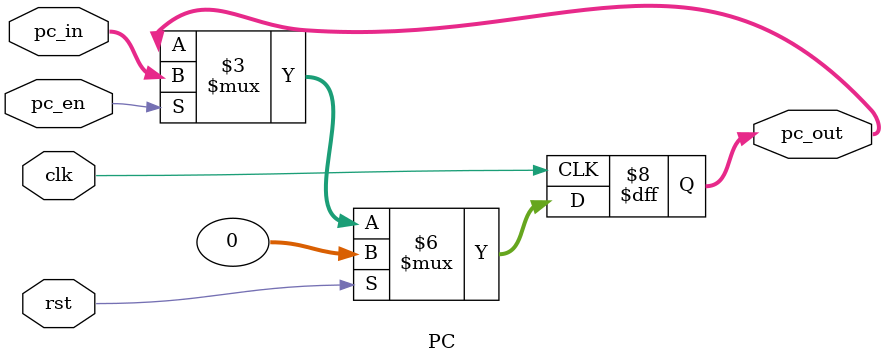
<source format=sv>
`timescale 1ns/1ps

parameter n = 32;

module PC(
    input clk,
    input rst,
    input pc_en,
    input [n-1:0] pc_in,
    output logic [n-1:0] pc_out
);

    always_ff @ (posedge clk) begin
        if (rst) begin
            pc_out <= 32'h0000_0000;
        end
        else if (pc_en) begin
            pc_out <= pc_in;
        end 
        else
            pc_out <= pc_out;
    end

endmodule
</source>
